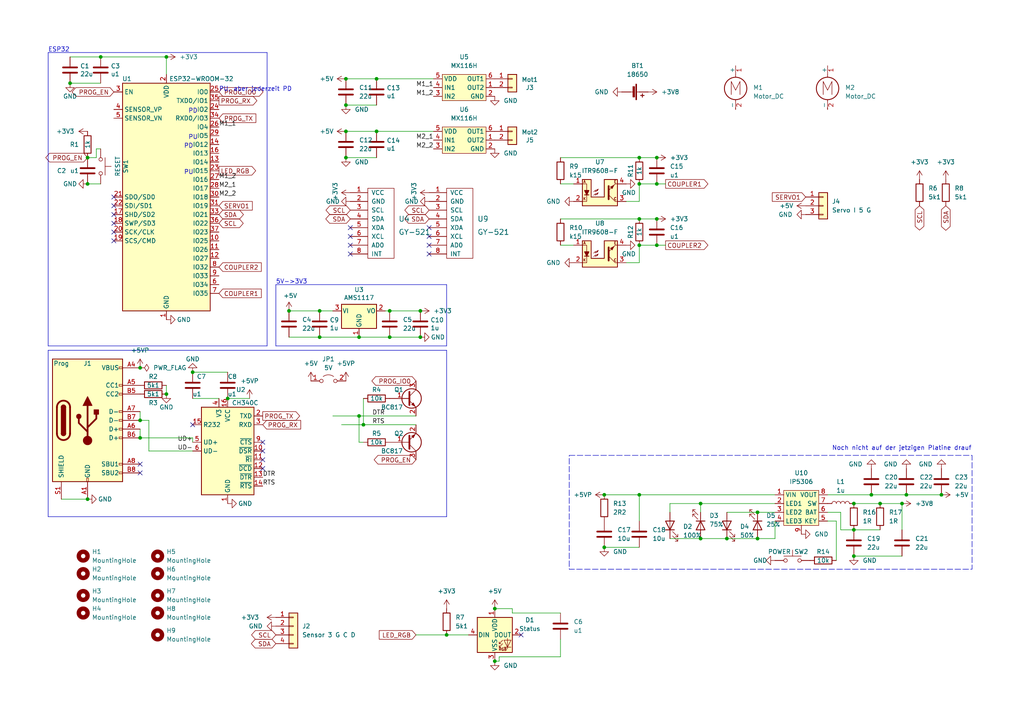
<source format=kicad_sch>
(kicad_sch (version 20230121) (generator eeschema)
  (paper "A4")
  (junction (at 105.41 123.19))
  (junction (at 104.14 97.79))
  (junction (at 121.92 97.79))
  (junction (at 92.71 90.17))
  (junction (at 25.4 144.78))
  (junction (at 121.92 90.17))
  (junction (at 66.04 115.57))
  (junction (at 29.21 16.51))
  (junction (at 143.51 176.53))
  (junction (at 100.33 38.1))
  (junction (at 175.26 143.51))
  (junction (at 40.64 127))
  (junction (at 185.42 45.72))
  (junction (at 273.05 143.51))
  (junction (at 247.65 146.05))
  (junction (at 40.64 121.92))
  (junction (at 219.71 156.21))
  (junction (at 113.03 90.17))
  (junction (at 20.32 24.13))
  (junction (at 55.88 107.95))
  (junction (at 185.42 143.51))
  (junction (at 129.54 184.15))
  (junction (at 261.62 146.05))
  (junction (at 113.03 97.79))
  (junction (at 210.82 156.21))
  (junction (at 48.26 114.3))
  (junction (at 83.82 90.17))
  (junction (at 247.65 153.67))
  (junction (at 185.42 71.12))
  (junction (at 190.5 63.5))
  (junction (at 252.73 143.51))
  (junction (at 109.22 22.86))
  (junction (at 247.65 161.29))
  (junction (at 109.22 38.1))
  (junction (at 100.33 22.86))
  (junction (at 219.71 148.59))
  (junction (at 262.89 143.51))
  (junction (at 92.71 97.79))
  (junction (at 25.4 45.72))
  (junction (at 190.5 71.12))
  (junction (at 185.42 63.5))
  (junction (at 40.64 106.68))
  (junction (at 25.4 53.34))
  (junction (at 48.26 16.51))
  (junction (at 100.33 45.72))
  (junction (at 104.14 120.65))
  (junction (at 190.5 45.72))
  (junction (at 203.2 146.05))
  (junction (at 185.42 53.34))
  (junction (at 255.27 146.05))
  (junction (at 100.33 30.48))
  (junction (at 143.51 191.77))
  (junction (at 203.2 156.21))
  (junction (at 190.5 53.34))
  (junction (at 175.26 158.75))
  (no_connect (at 33.02 67.31))
  (no_connect (at 33.02 57.15))
  (no_connect (at 33.02 64.77))
  (no_connect (at 33.02 69.85))
  (no_connect (at 76.2 133.35))
  (no_connect (at 101.6 68.58))
  (no_connect (at 101.6 66.04))
  (no_connect (at 101.6 71.12))
  (no_connect (at 101.6 73.66))
  (no_connect (at 76.2 130.81))
  (no_connect (at 55.88 123.19))
  (no_connect (at 33.02 62.23))
  (no_connect (at 76.2 128.27))
  (no_connect (at 76.2 135.89))
  (no_connect (at 40.64 137.16))
  (no_connect (at 33.02 59.69))
  (no_connect (at 151.13 184.15))
  (no_connect (at 40.64 134.62))
  (no_connect (at 124.46 73.66))
  (no_connect (at 124.46 71.12))
  (no_connect (at 124.46 68.58))
  (no_connect (at 124.46 66.04))
  (polyline (pts (xy 129.54 101.6) (xy 129.54 149.86)))
  (wire (pts (xy 48.26 21.59) (xy 48.26 16.51)))
  (wire (pts (xy 55.88 130.81) (xy 43.18 130.81)))
  (wire (pts (xy 96.52 120.65) (xy 104.14 120.65)))
  (wire (pts (xy 148.59 177.8) (xy 148.59 176.53)))
  (wire (pts (xy 111.76 90.17) (xy 113.03 90.17)))
  (wire (pts (xy 100.33 22.86) (xy 109.22 22.86)))
  (wire (pts (xy 175.26 158.75) (xy 185.42 158.75)))
  (wire (pts (xy 194.31 156.21) (xy 203.2 156.21)))
  (wire (pts (xy 162.56 53.34) (xy 166.37 53.34)))
  (wire (pts (xy 185.42 143.51) (xy 224.79 143.51)))
  (wire (pts (xy 185.42 76.2) (xy 185.42 71.12)))
  (wire (pts (xy 247.65 153.67) (xy 243.84 153.67)))
  (wire (pts (xy 185.42 143.51) (xy 175.26 143.51)))
  (wire (pts (xy 242.57 151.13) (xy 240.03 151.13)))
  (wire (pts (xy 144.78 191.77) (xy 143.51 191.77)))
  (polyline (pts (xy 13.97 15.24) (xy 13.97 100.33)))
  (wire (pts (xy 17.78 144.78) (xy 25.4 144.78)))
  (wire (pts (xy 185.42 63.5) (xy 190.5 63.5)))
  (wire (pts (xy 100.33 38.1) (xy 109.22 38.1)))
  (wire (pts (xy 105.41 115.57) (xy 105.41 123.19)))
  (wire (pts (xy 120.65 184.15) (xy 129.54 184.15)))
  (wire (pts (xy 48.26 16.51) (xy 29.21 16.51)))
  (wire (pts (xy 261.62 153.67) (xy 261.62 146.05)))
  (wire (pts (xy 243.84 148.59) (xy 240.03 148.59)))
  (wire (pts (xy 99.06 123.19) (xy 105.41 123.19)))
  (wire (pts (xy 29.21 16.51) (xy 20.32 16.51)))
  (polyline (pts (xy 13.97 149.86) (xy 129.54 149.86)))
  (wire (pts (xy 224.79 146.05) (xy 203.2 146.05)))
  (wire (pts (xy 261.62 146.05) (xy 255.27 146.05)))
  (polyline (pts (xy 77.47 100.33) (xy 13.97 100.33)))
  (wire (pts (xy 185.42 71.12) (xy 190.5 71.12)))
  (wire (pts (xy 29.21 24.13) (xy 20.32 24.13)))
  (wire (pts (xy 40.64 121.92) (xy 43.18 121.92)))
  (wire (pts (xy 66.04 115.57) (xy 72.39 115.57)))
  (wire (pts (xy 185.42 53.34) (xy 190.5 53.34)))
  (wire (pts (xy 224.79 156.21) (xy 219.71 156.21)))
  (wire (pts (xy 55.88 127) (xy 55.88 128.27)))
  (wire (pts (xy 181.61 76.2) (xy 185.42 76.2)))
  (wire (pts (xy 48.26 111.76) (xy 48.26 114.3)))
  (wire (pts (xy 203.2 146.05) (xy 203.2 148.59)))
  (wire (pts (xy 27.94 45.72) (xy 27.94 43.18)))
  (polyline (pts (xy 13.97 15.24) (xy 77.47 15.24)))
  (wire (pts (xy 55.88 107.95) (xy 66.04 107.95)))
  (wire (pts (xy 100.33 45.72) (xy 109.22 45.72)))
  (wire (pts (xy 219.71 148.59) (xy 224.79 148.59)))
  (wire (pts (xy 181.61 58.42) (xy 185.42 58.42)))
  (wire (pts (xy 185.42 58.42) (xy 185.42 53.34)))
  (wire (pts (xy 194.31 146.05) (xy 203.2 146.05)))
  (wire (pts (xy 190.5 53.34) (xy 193.04 53.34)))
  (wire (pts (xy 113.03 90.17) (xy 121.92 90.17)))
  (wire (pts (xy 262.89 143.51) (xy 273.05 143.51)))
  (wire (pts (xy 104.14 97.79) (xy 113.03 97.79)))
  (wire (pts (xy 242.57 162.56) (xy 242.57 151.13)))
  (wire (pts (xy 63.5 115.57) (xy 55.88 115.57)))
  (wire (pts (xy 104.14 120.65) (xy 104.14 128.27)))
  (wire (pts (xy 247.65 161.29) (xy 261.62 161.29)))
  (wire (pts (xy 194.31 148.59) (xy 194.31 146.05)))
  (wire (pts (xy 185.42 151.13) (xy 185.42 143.51)))
  (polyline (pts (xy 80.01 82.55) (xy 129.54 82.55)))
  (wire (pts (xy 109.22 38.1) (xy 125.73 38.1)))
  (wire (pts (xy 162.56 71.12) (xy 166.37 71.12)))
  (wire (pts (xy 104.14 128.27) (xy 105.41 128.27)))
  (wire (pts (xy 162.56 177.8) (xy 148.59 177.8)))
  (wire (pts (xy 247.65 146.05) (xy 255.27 146.05)))
  (polyline (pts (xy 77.47 15.24) (xy 77.47 100.33)))
  (wire (pts (xy 210.82 148.59) (xy 219.71 148.59)))
  (wire (pts (xy 27.94 43.18) (xy 29.21 43.18)))
  (wire (pts (xy 92.71 90.17) (xy 96.52 90.17)))
  (wire (pts (xy 210.82 156.21) (xy 219.71 156.21)))
  (wire (pts (xy 240.03 143.51) (xy 252.73 143.51)))
  (polyline (pts (xy 80.01 100.33) (xy 80.01 82.55)))
  (wire (pts (xy 25.4 53.34) (xy 29.21 53.34)))
  (polyline (pts (xy 13.97 101.6) (xy 129.54 101.6)))
  (wire (pts (xy 224.79 151.13) (xy 224.79 156.21)))
  (wire (pts (xy 185.42 45.72) (xy 190.5 45.72)))
  (wire (pts (xy 83.82 90.17) (xy 92.71 90.17)))
  (wire (pts (xy 190.5 71.12) (xy 193.04 71.12)))
  (wire (pts (xy 43.18 130.81) (xy 43.18 121.92)))
  (wire (pts (xy 40.64 119.38) (xy 40.64 121.92)))
  (wire (pts (xy 92.71 97.79) (xy 83.82 97.79)))
  (polyline (pts (xy 129.54 82.55) (xy 129.54 100.33)))
  (wire (pts (xy 243.84 153.67) (xy 243.84 148.59)))
  (wire (pts (xy 113.03 97.79) (xy 121.92 97.79)))
  (wire (pts (xy 162.56 45.72) (xy 185.42 45.72)))
  (wire (pts (xy 162.56 63.5) (xy 185.42 63.5)))
  (wire (pts (xy 109.22 22.86) (xy 125.73 22.86)))
  (wire (pts (xy 203.2 156.21) (xy 210.82 156.21)))
  (wire (pts (xy 247.65 153.67) (xy 255.27 153.67)))
  (wire (pts (xy 25.4 45.72) (xy 27.94 45.72)))
  (wire (pts (xy 162.56 185.42) (xy 162.56 190.5)))
  (wire (pts (xy 104.14 120.65) (xy 120.65 120.65)))
  (wire (pts (xy 40.64 127) (xy 55.88 127)))
  (polyline (pts (xy 13.97 149.86) (xy 13.97 101.6)))
  (wire (pts (xy 162.56 190.5) (xy 144.78 190.5)))
  (wire (pts (xy 129.54 184.15) (xy 135.89 184.15)))
  (wire (pts (xy 100.33 30.48) (xy 109.22 30.48)))
  (wire (pts (xy 105.41 123.19) (xy 120.65 123.19)))
  (wire (pts (xy 148.59 176.53) (xy 143.51 176.53)))
  (wire (pts (xy 252.73 143.51) (xy 262.89 143.51)))
  (polyline (pts (xy 129.54 100.33) (xy 80.01 100.33)))
  (wire (pts (xy 40.64 127) (xy 40.64 124.46)))
  (wire (pts (xy 144.78 190.5) (xy 144.78 191.77)))
  (wire (pts (xy 104.14 97.79) (xy 92.71 97.79)))
  (rectangle (start 165.1 132.08) (end 281.94 165.1) (stroke (width 0) (type dash)))
  (text "PU" (at 53.34 50.8 0) (effects (font (size 1.27 1.27)) (justify left bottom)))
  (text "PU" (at 54.61 40.64 0) (effects (font (size 1.27 1.27)) (justify left bottom)))
  (text "PD" (at 53.34 43.18 0) (effects (font (size 1.27 1.27)) (justify left bottom)))
  (text "PU, aber jederzeit PD" (at 63.5 26.67 0) (effects (font (size 1.27 1.27)) (justify left bottom)))
  (text "ESP32" (at 13.97 15.24 0) (effects (font (size 1.27 1.27)) (justify left bottom)))
  (text "5V->3V3" (at 80.01 82.55 0) (effects (font (size 1.27 1.27)) (justify left bottom)))
  (text "PD" (at 54.61 33.02 0) (effects (font (size 1.27 1.27)) (justify left bottom)))
  (text "Noch nicht auf der jetzigen Platine drauf" (at 241.3 130.81 0) (effects (font (size 1.27 1.27)) (justify left bottom)))
  (label "M1_2" (at 63.5 52.07 0))
  (label "M2_2" (at 63.5 57.15 0))
  (label "DTR" (at 76.2 138.43 0))
  (label "DTR" (at 107.95 120.65 0))
  (label "RTS" (at 107.95 123.19 0))
  (label "M1_1" (at 63.5 36.83 0))
  (label "M2_1" (at 125.73 40.64 180))
  (label "UD+" (at 55.88 128.27 180))
  (label "M2_1" (at 63.5 54.61 0))
  (label "RTS" (at 76.2 140.97 0))
  (label "M1_2" (at 125.73 27.94 180))
  (label "M1_1" (at 125.73 25.4 180))
  (label "M2_2" (at 125.73 43.18 180))
  (label "UD-" (at 55.88 130.81 180))
  (global_label "COUPLER1" (shape input) (at 63.5 85.09 0) (property "Intersheetrefs" "${INTERSHEET_REFS}" (effects hide)))
  (global_label "PROG_IO0" (shape bidirectional) (at 63.5 26.67 0) (property "Intersheetrefs" "${INTERSHEET_REFS}" (effects hide)))
  (global_label "COUPLER2" (shape input) (at 63.5 77.47 0) (property "Intersheetrefs" "${INTERSHEET_REFS}" (effects hide)))
  (global_label "PROG_RX" (shape input) (at 76.2 123.19 0) (property "Intersheetrefs" "${INTERSHEET_REFS}" (effects hide)))
  (global_label "SCL" (shape bidirectional) (at 80.01 184.15 180) (property "Intersheetrefs" "${INTERSHEET_REFS}" (effects hide)))
  (global_label "SERVO1" (shape input) (at 63.5 59.69 0) (property "Intersheetrefs" "${INTERSHEET_REFS}" (effects hide)))
  (global_label "SDA" (shape bidirectional) (at 101.6 63.5 180) (property "Intersheetrefs" "${INTERSHEET_REFS}" (effects hide)))
  (global_label "SCL" (shape bidirectional) (at 266.7 59.69 270) (property "Intersheetrefs" "${INTERSHEET_REFS}" (effects hide)))
  (global_label "SCL" (shape bidirectional) (at 124.46 60.96 180) (property "Intersheetrefs" "${INTERSHEET_REFS}" (effects hide)))
  (global_label "PROG_EN" (shape bidirectional) (at 33.02 26.67 180) (property "Intersheetrefs" "${INTERSHEET_REFS}" (effects hide)))
  (global_label "PROG_RX" (shape output) (at 63.5 29.21 0) (property "Intersheetrefs" "${INTERSHEET_REFS}" (effects hide)))
  (global_label "LED_RGB" (shape output) (at 63.5 49.53 0) (property "Intersheetrefs" "${INTERSHEET_REFS}" (effects hide)))
  (global_label "SDA" (shape bidirectional) (at 63.5 62.23 0) (property "Intersheetrefs" "${INTERSHEET_REFS}" (effects hide)))
  (global_label "PROG_EN" (shape bidirectional) (at 120.65 133.35 180) (property "Intersheetrefs" "${INTERSHEET_REFS}" (effects hide)))
  (global_label "SDA" (shape bidirectional) (at 80.01 186.69 180) (property "Intersheetrefs" "${INTERSHEET_REFS}" (effects hide)))
  (global_label "PROG_IO0" (shape bidirectional) (at 120.65 110.49 180) (property "Intersheetrefs" "${INTERSHEET_REFS}" (effects hide)))
  (global_label "PROG_EN" (shape bidirectional) (at 25.4 45.72 180) (property "Intersheetrefs" "${INTERSHEET_REFS}" (effects hide)))
  (global_label "SCL" (shape bidirectional) (at 63.5 64.77 0) (property "Intersheetrefs" "${INTERSHEET_REFS}" (effects hide)))
  (global_label "SERVO1" (shape input) (at 233.68 57.15 180) (property "Intersheetrefs" "${INTERSHEET_REFS}" (effects hide)))
  (global_label "PROG_TX" (shape input) (at 63.5 34.29 0) (property "Intersheetrefs" "${INTERSHEET_REFS}" (effects hide)))
  (global_label "PROG_TX" (shape output) (at 76.2 120.65 0) (property "Intersheetrefs" "${INTERSHEET_REFS}" (effects hide)))
  (global_label "COUPLER2" (shape output) (at 193.04 71.12 0) (property "Intersheetrefs" "${INTERSHEET_REFS}" (effects hide)))
  (global_label "SDA" (shape bidirectional) (at 274.32 59.69 270) (property "Intersheetrefs" "${INTERSHEET_REFS}" (effects hide)))
  (global_label "SCL" (shape bidirectional) (at 101.6 60.96 180) (property "Intersheetrefs" "${INTERSHEET_REFS}" (effects hide)))
  (global_label "COUPLER1" (shape output) (at 193.04 53.34 0) (property "Intersheetrefs" "${INTERSHEET_REFS}" (effects hide)))
  (global_label "LED_RGB" (shape input) (at 120.65 184.15 180) (property "Intersheetrefs" "${INTERSHEET_REFS}" (effects hide)))
  (global_label "SDA" (shape bidirectional) (at 124.46 63.5 180) (property "Intersheetrefs" "${INTERSHEET_REFS}" (effects hide)))
  (symbol (lib_id "power:PWR_FLAG") (at 40.64 106.68 270) (unit 1)
    (property "Reference" "#FLG01" (effects hide))
    (property "Value" "PWR_FLAG" (at 44.45 106.6799 90) (effects (justify left)))
  )
  (symbol (lib_id "liebler_SEMICONDUCTORS:MX116H") (at 134.62 25.4 0) (unit 1)
    (property "Reference" "U5" (at 134.62 16.51 0))
    (property "Value" "MX116H" (at 134.62 19.05 0))
    (property "Footprint" "Package_TO_SOT_SMD:SOT-23-6" (effects hide))
  )
  (symbol (lib_id "Device:LED") (at 210.82 152.4 90) (unit 1)
    (property "Reference" "D4" (at 214.63 152.7174 90) (effects (justify right)))
    (property "Value" "50%" (at 214.63 155.2574 90) (effects (justify right)))
    (property "Footprint" "LED_SMD:LED_0603_1608Metric" (effects hide))
  )
  (symbol (lib_id "power:+3V3") (at 48.26 16.51 270) (unit 1)
    (property "Reference" "#PWR06" (effects hide))
    (property "Value" "+3V3" (at 52.07 16.51 90) (effects (justify left)))
  )
  (symbol (lib_id "RF_Module:ESP32-WROOM-32") (at 48.26 57.15 0) (unit 1)
    (property "Reference" "U1" (at 36.83 22.86 0))
    (property "Value" "ESP32-WROOM-32" (at 58.42 22.86 0))
    (property "Footprint" "RF_Module:ESP32-WROOM-32" (effects hide))
    (property "Datasheet" "https://www.espressif.com/sites/default/files/documentation/esp32-wroom-32_datasheet_en.pdf" (effects hide))
  )
  (symbol (lib_id "power:+5VP") (at 72.39 115.57 0) (unit 1)
    (property "Reference" "#PWR035" (effects hide))
    (property "Value" "+5VP" (at 72.39 110.49 0))
  )
  (symbol (lib_id "power:GND") (at 121.92 97.79 90) (unit 1)
    (property "Reference" "#PWR015" (effects hide))
    (property "Value" "GND" (at 127 97.79 90))
  )
  (symbol (lib_id "Device:LED") (at 194.31 152.4 90) (unit 1)
    (property "Reference" "D2" (at 198.12 152.7174 90) (effects (justify right)))
    (property "Value" "100%" (at 198.12 155.2574 90) (effects (justify right)))
    (property "Footprint" "LED_SMD:LED_0603_1608Metric" (effects hide))
  )
  (symbol (lib_id "Device:R") (at 162.56 49.53 0) (unit 1)
    (property "Reference" "R9" (at 165.1 48.2599 0) (effects (justify left)))
    (property "Value" "k15" (at 165.1 50.7999 0) (effects (justify left)))
    (property "Footprint" "Resistor_SMD:R_0603_1608Metric" (effects hide))
  )
  (symbol (lib_id "liebler_SEMICONDUCTORS:MX116H") (at 134.62 40.64 0) (unit 1)
    (property "Reference" "U6" (at 134.62 31.75 0))
    (property "Value" "MX116H" (at 134.62 34.29 0))
    (property "Footprint" "Package_TO_SOT_SMD:SOT-23-6" (effects hide))
  )
  (symbol (lib_id "power:+5VP") (at 40.64 106.68 0) (unit 1)
    (property "Reference" "#PWR034" (effects hide))
    (property "Value" "+5VP" (at 40.64 101.6 0))
  )
  (symbol (lib_id "power:+5VP") (at 100.33 110.49 0) (unit 1)
    (property "Reference" "#PWR043" (effects hide))
    (property "Value" "+5VP" (at 100.33 105.41 0))
  )
  (symbol (lib_id "Device:C") (at 113.03 93.98 0) (unit 1)
    (property "Reference" "C5" (at 116.84 92.7099 0) (effects (justify left)))
    (property "Value" "22u" (at 116.84 95.2499 0) (effects (justify left)))
    (property "Footprint" "Capacitor_SMD:C_0603_1608Metric" (effects hide))
  )
  (symbol (lib_id "Device:C") (at 25.4 49.53 180) (unit 1)
    (property "Reference" "C2" (at 16.51 49.53 0) (effects (justify right)))
    (property "Value" "u1" (at 20.32 49.53 0) (effects (justify right)))
    (property "Footprint" "Capacitor_SMD:C_0603_1608Metric" (effects hide))
  )
  (symbol (lib_id "Device:C") (at 121.92 93.98 0) (unit 1)
    (property "Reference" "C10" (at 124.841 92.8116 0) (effects (justify left)))
    (property "Value" "1u" (at 124.841 95.123 0) (effects (justify left)))
    (property "Footprint" "Capacitor_SMD:C_0603_1608Metric" (effects hide))
  )
  (symbol (lib_id "power:GND") (at 273.05 135.89 180) (unit 1)
    (property "Reference" "#PWR050" (effects hide))
    (property "Value" "GND" (at 270.51 134.6201 0) (effects (justify left)))
  )
  (symbol (lib_id "Mechanical:MountingHole") (at 45.72 166.37 0) (unit 1)
    (property "Reference" "H6" (at 48.26 165.0999 0) (effects (justify left)))
    (property "Value" "MountingHole" (at 48.26 167.6399 0) (effects (justify left)))
    (property "Footprint" "MountingHole:MountingHole_3.2mm_M3" (effects hide))
  )
  (symbol (lib_id "Motor:Motor_DC") (at 213.36 24.13 0) (unit 1)
    (property "Reference" "M1" (at 218.44 25.3999 0) (effects (justify left)))
    (property "Value" "Motor_DC" (at 218.44 27.9399 0) (effects (justify left)))
    (property "Footprint" "liebler_MECH:TT-Motor" (effects hide))
  )
  (symbol (lib_id "power:GND") (at 25.4 144.78 90) (unit 1)
    (property "Reference" "#PWR05" (effects hide))
    (property "Value" "GND" (at 30.48 144.78 90))
  )
  (symbol (lib_id "Device:C") (at 162.56 181.61 0) (unit 1)
    (property "Reference" "C6" (at 166.37 180.3399 0) (effects (justify left)))
    (property "Value" "u1" (at 166.37 182.8799 0) (effects (justify left)))
    (property "Footprint" "Capacitor_SMD:C_0603_1608Metric" (effects hide))
  )
  (symbol (lib_id "power:GND") (at 100.33 45.72 0) (unit 1)
    (property "Reference" "#PWR027" (effects hide))
    (property "Value" "GND" (at 102.87 46.9899 0) (effects (justify left)))
  )
  (symbol (lib_id "power:GND") (at 181.61 53.34 90) (unit 1)
    (property "Reference" "#PWR033" (effects hide))
    (property "Value" "GND" (at 180.34 55.88 90) (effects (justify right)))
  )
  (symbol (lib_id "Device:C") (at 262.89 139.7 0) (unit 1)
    (property "Reference" "C22" (at 266.7 138.4299 0) (effects (justify left)))
    (property "Value" "22u" (at 266.7 140.9699 0) (effects (justify left)))
    (property "Footprint" "Capacitor_SMD:C_0603_1608Metric" (effects hide))
  )
  (symbol (lib_id "liebler_MODULES:GY-521") (at 129.54 60.96 0) (unit 1)
    (property "Reference" "U9" (at 138.43 63.5 0) (effects (font (size 1.524 1.524)) (justify left)))
    (property "Value" "GY-521" (at 138.43 67.31 0) (effects (font (size 1.524 1.524)) (justify left)))
    (property "Footprint" "liebler_MODULES:GY-521" (effects hide))
  )
  (symbol (lib_id "power:+3V8") (at 187.96 26.67 270) (unit 1)
    (property "Reference" "#PWR039" (effects hide))
    (property "Value" "+3V8" (at 191.77 26.6699 90) (effects (justify left)))
  )
  (symbol (lib_id "Device:R") (at 44.45 114.3 270) (unit 1)
    (property "Reference" "R3" (at 44.45 116.84 90))
    (property "Value" "5k1" (at 44.45 114.3 90))
    (property "Footprint" "Resistor_SMD:R_0603_1608Metric" (effects hide))
  )
  (symbol (lib_id "Transistor_BJT:BC817") (at 118.11 115.57 0) (unit 1)
    (property "Reference" "Q1" (at 114.3 113.03 0) (effects (justify left)))
    (property "Value" "BC817" (at 110.49 118.11 0) (effects (justify left)))
    (property "Footprint" "Package_TO_SOT_SMD:SOT-23" (effects hide))
    (property "Datasheet" "https://www.onsemi.com/pub/Collateral/BC818-D.pdf" (effects hide))
  )
  (symbol (lib_id "power:GND") (at 66.04 146.05 90) (unit 1)
    (property "Reference" "#PWR010" (effects hide))
    (property "Value" "GND" (at 71.12 146.05 90))
  )
  (symbol (lib_id "Switch:SW_Push") (at 229.87 162.56 0) (unit 1)
    (property "Reference" "SW2" (at 232.41 160.02 0))
    (property "Value" "POWER" (at 226.06 160.02 0))
    (property "Footprint" "Button_Switch_SMD:SW_SPST_TL3342" (effects hide))
  )
  (symbol (lib_id "power:+5V") (at 83.82 90.17 0) (unit 1)
    (property "Reference" "#PWR014" (effects hide))
    (property "Value" "+5V" (at 84.201 85.7758 0))
  )
  (symbol (lib_id "Device:C") (at 100.33 41.91 0) (unit 1)
    (property "Reference" "C12" (at 104.14 40.6399 0) (effects (justify left)))
    (property "Value" "22u" (at 104.14 43.1799 0) (effects (justify left)))
    (property "Footprint" "Capacitor_SMD:C_0603_1608Metric" (effects hide))
  )
  (symbol (lib_id "Device:C") (at 185.42 154.94 0) (unit 1)
    (property "Reference" "C18" (at 189.23 153.6699 0) (effects (justify left)))
    (property "Value" "10u" (at 189.23 156.2099 0) (effects (justify left)))
    (property "Footprint" "Capacitor_SMD:C_0603_1608Metric" (effects hide))
  )
  (symbol (lib_id "Device:R") (at 109.22 128.27 270) (unit 1)
    (property "Reference" "R5" (at 109.22 125.73 90))
    (property "Value" "10k" (at 109.22 128.27 90))
    (property "Footprint" "Resistor_SMD:R_0603_1608Metric" (effects hide))
  )
  (symbol (lib_id "power:GND") (at 124.46 58.42 270) (unit 1)
    (property "Reference" "#PWR038" (effects hide))
    (property "Value" "GND" (at 119.38 58.42 90))
  )
  (symbol (lib_id "power:+3V3") (at 129.54 176.53 0) (unit 1)
    (property "Reference" "#PWR017" (effects hide))
    (property "Value" "+3V3" (at 129.54 171.45 0))
  )
  (symbol (lib_id "Device:R") (at 25.4 41.91 180) (unit 1)
    (property "Reference" "R1" (at 21.59 41.91 0))
    (property "Value" "1k" (at 25.4 41.91 90))
    (property "Footprint" "Resistor_SMD:R_0603_1608Metric" (effects hide))
  )
  (symbol (lib_id "Connector_Generic:Conn_01x02") (at 148.59 22.86 0) (unit 1)
    (property "Reference" "J3" (at 153.67 25.4 0))
    (property "Value" "Mot1" (at 153.67 23.0886 0))
    (property "Footprint" "Connector_JST:JST_XH_B2B-XH-A_1x02_P2.50mm_Vertical" (effects hide))
  )
  (symbol (lib_id "Connector_Generic:Conn_01x04") (at 85.09 181.61 0) (unit 1)
    (property "Reference" "J2" (at 87.63 181.6099 0) (effects (justify left)))
    (property "Value" "Sensor 3 G C D" (at 87.63 184.1499 0) (effects (justify left)))
    (property "Footprint" "Connector_JST:JST_XH_B4B-XH-A_1x04_P2.50mm_Vertical" (effects hide))
  )
  (symbol (lib_id "Device:Battery_Cell") (at 182.88 26.67 270) (unit 1)
    (property "Reference" "BT1" (at 184.912 19.05 90))
    (property "Value" "18650" (at 184.912 21.59 90))
    (property "Footprint" "Battery:BatteryHolder_MPD_BH-18650-PC2" (effects hide))
  )
  (symbol (lib_id "power:+5V") (at 273.05 143.51 270) (unit 1)
    (property "Reference" "#PWR051" (effects hide))
    (property "Value" "+5V" (at 276.86 143.5099 90) (effects (justify left)))
  )
  (symbol (lib_id "Switch:SW_Push") (at 29.21 48.26 270) (unit 1)
    (property "Reference" "SW1" (at 36.449 48.26 0))
    (property "Value" "RESET" (at 34.1376 48.26 0))
    (property "Footprint" "Button_Switch_SMD:SW_SPST_TL3342" (effects hide))
  )
  (symbol (lib_id "Device:C") (at 83.82 93.98 0) (unit 1)
    (property "Reference" "C4" (at 87.63 92.7099 0) (effects (justify left)))
    (property "Value" "22u" (at 87.63 95.2499 0) (effects (justify left)))
    (property "Footprint" "Capacitor_SMD:C_0603_1608Metric" (effects hide))
  )
  (symbol (lib_id "Jumper:Jumper_2_Open") (at 95.25 110.49 0) (unit 1)
    (property "Reference" "JP1" (at 95.25 104.14 0))
    (property "Value" "5V" (at 95.25 106.68 0))
    (property "Footprint" "Jumper:SolderJumper-2_P1.3mm_Open_RoundedPad1.0x1.5mm" (effects hide))
  )
  (symbol (lib_id "Device:C") (at 190.5 67.31 0) (unit 1)
    (property "Reference" "C16" (at 194.31 66.0399 0) (effects (justify left)))
    (property "Value" "u1" (at 194.31 68.5799 0) (effects (justify left)))
    (property "Footprint" "Capacitor_SMD:C_0603_1608Metric" (effects hide))
  )
  (symbol (lib_id "Device:C") (at 92.71 93.98 0) (unit 1)
    (property "Reference" "C9" (at 95.631 92.8116 0) (effects (justify left)))
    (property "Value" "1u" (at 95.631 95.123 0) (effects (justify left)))
    (property "Footprint" "Capacitor_SMD:C_0603_1608Metric" (effects hide))
  )
  (symbol (lib_id "Device:C") (at 247.65 157.48 0) (unit 1)
    (property "Reference" "C19" (at 251.46 156.2099 0) (effects (justify left)))
    (property "Value" "22u" (at 251.46 158.7499 0) (effects (justify left)))
    (property "Footprint" "Capacitor_SMD:C_0603_1608Metric" (effects hide))
  )
  (symbol (lib_id "power:GND") (at 247.65 161.29 0) (unit 1)
    (property "Reference" "#PWR0105" (effects hide))
    (property "Value" "GND" (at 250.19 162.5599 0) (effects (justify left)))
  )
  (symbol (lib_id "power:GND") (at 232.41 154.94 90) (unit 1)
    (property "Reference" "#PWR0103" (effects hide))
    (property "Value" "GND" (at 236.22 154.9399 90) (effects (justify right)))
  )
  (symbol (lib_id "power:GND") (at 181.61 71.12 90) (unit 1)
    (property "Reference" "#PWR029" (effects hide))
    (property "Value" "GND" (at 180.34 73.66 90) (effects (justify right)))
  )
  (symbol (lib_id "power:+5V") (at 143.51 176.53 0) (unit 1)
    (property "Reference" "#PWR021" (effects hide))
    (property "Value" "+5V" (at 143.51 171.45 0))
  )
  (symbol (lib_id "Device:C") (at 175.26 154.94 0) (unit 1)
    (property "Reference" "C17" (at 179.07 153.6699 0) (effects (justify left)))
    (property "Value" "10u" (at 179.07 156.2099 0) (effects (justify left)))
    (property "Footprint" "Capacitor_SMD:C_0603_1608Metric" (effects hide))
  )
  (symbol (lib_id "liebler_MODULES:GY-521") (at 106.68 60.96 0) (unit 1)
    (property "Reference" "U4" (at 115.57 63.5 0) (effects (font (size 1.524 1.524)) (justify left)))
    (property "Value" "GY-521" (at 115.57 67.31 0) (effects (font (size 1.524 1.524)) (justify left)))
    (property "Footprint" "liebler_MODULES:GY-521" (effects hide))
  )
  (symbol (lib_id "Device:L") (at 243.84 146.05 90) (unit 1)
    (property "Reference" "L1" (at 243.84 139.7 90))
    (property "Value" "1u" (at 243.84 142.24 90))
    (property "Footprint" "Inductor_SMD:L_Abracon_ASPI-0630LR" (effects hide))
  )
  (symbol (lib_id "Device:C") (at 29.21 20.32 180) (unit 1)
    (property "Reference" "C3" (at 32.131 19.1516 0) (effects (justify right)))
    (property "Value" "u1" (at 32.131 21.463 0) (effects (justify right)))
    (property "Footprint" "Capacitor_SMD:C_0603_1608Metric" (effects hide))
  )
  (symbol (lib_id "power:+3V3") (at 101.6 55.88 90) (unit 1)
    (property "Reference" "#PWR018" (effects hide))
    (property "Value" "+3V3" (at 97.2058 55.499 0))
  )
  (symbol (lib_id "liebler_OPTO:ITR9608-F") (at 173.99 73.66 0) (unit 1)
    (property "Reference" "U8" (at 173.99 64.77 0))
    (property "Value" "ITR9608-F" (at 173.99 67.31 0))
    (property "Footprint" "liebler_OPTO:ITR9608_recessed" (effects hide))
    (property "Datasheet" "https://everlighteurope.com/index.php?controller=attachment&id_attachment=5389" (effects hide))
  )
  (symbol (lib_id "power:GND") (at 48.26 114.3 0) (unit 1)
    (property "Reference" "#PWR08" (effects hide))
    (property "Value" "GND" (at 48.26 118.11 0))
  )
  (symbol (lib_id "Mechanical:MountingHole") (at 45.72 172.72 0) (unit 1)
    (property "Reference" "H7" (at 48.26 171.4499 0) (effects (justify left)))
    (property "Value" "MountingHole" (at 48.26 173.9899 0) (effects (justify left)))
    (property "Footprint" "MountingHole:MountingHole_3.2mm_M3" (effects hide))
  )
  (symbol (lib_id "power:+3V3") (at 266.7 52.07 0) (unit 1)
    (property "Reference" "#PWR016" (effects hide))
    (property "Value" "+3V3" (at 266.7 46.99 0))
  )
  (symbol (lib_id "Device:R") (at 238.76 162.56 270) (unit 1)
    (property "Reference" "R14" (at 238.76 160.02 90))
    (property "Value" "10k" (at 238.76 162.56 90))
    (property "Footprint" "Resistor_SMD:R_0603_1608Metric" (effects hide))
  )
  (symbol (lib_id "Connector_Generic:Conn_01x03") (at 238.76 59.69 0) (unit 1)
    (property "Reference" "J4" (at 241.3 58.4199 0) (effects (justify left)))
    (property "Value" "Servo I 5 G" (at 241.3 60.9599 0) (effects (justify left)))
    (property "Footprint" "Connector_PinHeader_2.54mm:PinHeader_1x03_P2.54mm_Vertical" (effects hide))
  )
  (symbol (lib_id "power:+3V3") (at 190.5 45.72 270) (unit 1)
    (property "Reference" "#PWR032" (effects hide))
    (property "Value" "+3V3" (at 194.31 45.72 90) (effects (justify left)))
  )
  (symbol (lib_id "Device:C") (at 66.04 111.76 180) (unit 1)
    (property "Reference" "C8" (at 66.04 109.22 0) (effects (justify right)))
    (property "Value" "u1" (at 66.04 114.3 0) (effects (justify right)))
    (property "Footprint" "Capacitor_SMD:C_0603_1608Metric" (effects hide))
  )
  (symbol (lib_id "Device:LED") (at 219.71 152.4 270) (unit 1)
    (property "Reference" "D5" (at 222.25 149.5424 90) (effects (justify left)))
    (property "Value" "25%" (at 222.25 152.0824 90) (effects (justify left)))
    (property "Footprint" "LED_SMD:LED_0603_1608Metric" (effects hide))
  )
  (symbol (lib_id "Mechanical:MountingHole") (at 45.72 161.29 0) (unit 1)
    (property "Reference" "H5" (at 48.26 160.0199 0) (effects (justify left)))
    (property "Value" "MountingHole" (at 48.26 162.5599 0) (effects (justify left)))
    (property "Footprint" "MountingHole:MountingHole_3.2mm_M3" (effects hide))
  )
  (symbol (lib_id "Device:C") (at 109.22 41.91 0) (unit 1)
    (property "Reference" "C14" (at 112.141 40.7416 0) (effects (justify left)))
    (property "Value" "u1" (at 112.141 43.053 0) (effects (justify left)))
    (property "Footprint" "Capacitor_SMD:C_0603_1608Metric" (effects hide))
  )
  (symbol (lib_id "power:+5V") (at 90.17 110.49 0) (unit 1)
    (property "Reference" "#PWR03" (effects hide))
    (property "Value" "+5V" (at 90.17 105.41 0))
  )
  (symbol (lib_id "Device:C") (at 55.88 111.76 180) (unit 1)
    (property "Reference" "C7" (at 58.42 109.22 0))
    (property "Value" "u1" (at 57.15 114.3 0))
    (property "Footprint" "Capacitor_SMD:C_0603_1608Metric" (effects hide))
  )
  (symbol (lib_id "power:+3V3") (at 274.32 52.07 0) (unit 1)
    (property "Reference" "#PWR020" (effects hide))
    (property "Value" "+3V3" (at 274.32 46.99 0))
  )
  (symbol (lib_id "Device:C") (at 20.32 20.32 0) (unit 1)
    (property "Reference" "C1" (at 23.241 19.1516 0) (effects (justify left)))
    (property "Value" "22u" (at 23.241 21.463 0) (effects (justify left)))
    (property "Footprint" "Capacitor_SMD:C_0603_1608Metric" (effects hide))
  )
  (symbol (lib_id "Device:C") (at 261.62 157.48 0) (unit 1)
    (property "Reference" "C21" (at 265.43 156.2099 0) (effects (justify left)))
    (property "Value" "22u" (at 265.43 158.7499 0) (effects (justify left)))
    (property "Footprint" "Capacitor_SMD:C_0603_1608Metric" (effects hide))
  )
  (symbol (lib_id "Mechanical:MountingHole") (at 24.13 166.37 0) (unit 1)
    (property "Reference" "H2" (at 26.67 165.0999 0) (effects (justify left)))
    (property "Value" "MountingHole" (at 26.67 167.6399 0) (effects (justify left)))
    (property "Footprint" "MountingHole:MountingHole_3.2mm_M3" (effects hide))
  )
  (symbol (lib_id "power:GND") (at 100.33 30.48 0) (unit 1)
    (property "Reference" "#PWR011" (effects hide))
    (property "Value" "GND" (at 102.87 31.7499 0) (effects (justify left)))
  )
  (symbol (lib_id "power:+3V3") (at 124.46 55.88 90) (unit 1)
    (property "Reference" "#PWR037" (effects hide))
    (property "Value" "+3V3" (at 120.0658 55.499 0))
  )
  (symbol (lib_id "Device:R") (at 266.7 55.88 0) (unit 1)
    (property "Reference" "R6" (at 269.24 54.6099 0) (effects (justify left)))
    (property "Value" "5k1" (at 269.24 57.1499 0) (effects (justify left)))
    (property "Footprint" "Resistor_SMD:R_0603_1608Metric" (effects hide))
  )
  (symbol (lib_id "power:GND") (at 143.51 27.94 0) (unit 1)
    (property "Reference" "#PWR025" (effects hide))
    (property "Value" "GND" (at 146.05 29.2099 0) (effects (justify left)))
  )
  (symbol (lib_id "power:GND") (at 80.01 181.61 270) (unit 1)
    (property "Reference" "#PWR013" (effects hide))
    (property "Value" "GND" (at 76.2 181.6099 90) (effects (justify right)))
  )
  (symbol (lib_id "power:GND") (at 143.51 191.77 0) (unit 1)
    (property "Reference" "#PWR022" (effects hide))
    (property "Value" "GND" (at 146.05 193.0399 0) (effects (justify left)))
  )
  (symbol (lib_id "power:GND") (at 180.34 26.67 270) (unit 1)
    (property "Reference" "#PWR036" (effects hide))
    (property "Value" "GND" (at 176.53 26.6699 90) (effects (justify right)))
  )
  (symbol (lib_id "Device:R") (at 129.54 180.34 0) (unit 1)
    (property "Reference" "R7" (at 132.08 179.0699 0) (effects (justify left)))
    (property "Value" "5k1" (at 132.08 181.6099 0) (effects (justify left)))
    (property "Footprint" "Resistor_SMD:R_0603_1608Metric" (effects hide))
  )
  (symbol (lib_id "Device:C") (at 273.05 139.7 0) (unit 1)
    (property "Reference" "C23" (at 276.86 138.4299 0) (effects (justify left)))
    (property "Value" "22u" (at 276.86 140.9699 0) (effects (justify left)))
    (property "Footprint" "Capacitor_SMD:C_0603_1608Metric" (effects hide))
  )
  (symbol (lib_id "power:GND") (at 55.88 107.95 180) (unit 1)
    (property "Reference" "#PWR09" (effects hide))
    (property "Value" "GND" (at 55.88 104.14 0))
  )
  (symbol (lib_id "power:GND") (at 20.32 24.13 0) (unit 1)
    (property "Reference" "#PWR01" (effects hide))
    (property "Value" "GND" (at 20.32 27.94 0))
  )
  (symbol (lib_id "Connector_Generic:Conn_01x02") (at 148.59 38.1 0) (unit 1)
    (property "Reference" "J5" (at 153.67 40.64 0))
    (property "Value" "Mot2" (at 153.67 38.3286 0))
    (property "Footprint" "Connector_JST:JST_XH_B2B-XH-A_1x02_P2.50mm_Vertical" (effects hide))
  )
  (symbol (lib_id "Connector:USB_C_Receptacle_USB2.0") (at 25.4 121.92 0) (unit 1)
    (property "Reference" "J1" (at 25.4 105.41 0))
    (property "Value" "Prog" (at 17.78 105.41 0))
    (property "Footprint" "Connector_USB:USB_C_Receptacle_HRO_TYPE-C-31-M-12" (effects hide))
    (property "Datasheet" "https://www.usb.org/sites/default/files/documents/usb_type-c.zip" (effects hide))
  )
  (symbol (lib_id "Device:C") (at 252.73 139.7 0) (unit 1)
    (property "Reference" "C20" (at 256.54 138.4299 0) (effects (justify left)))
    (property "Value" "22u" (at 256.54 140.9699 0) (effects (justify left)))
    (property "Footprint" "Capacitor_SMD:C_0603_1608Metric" (effects hide))
  )
  (symbol (lib_id "power:GND") (at 233.68 62.23 270) (unit 1)
    (property "Reference" "#PWR0101" (effects hide))
    (property "Value" "GND" (at 229.87 62.2299 90) (effects (justify right)))
  )
  (symbol (lib_id "Mechanical:MountingHole") (at 45.72 184.15 0) (unit 1)
    (property "Reference" "H9" (at 48.26 182.8799 0) (effects (justify left)))
    (property "Value" "MountingHole" (at 48.26 185.4199 0) (effects (justify left)))
    (property "Footprint" "MountingHole:MountingHole_3.2mm_M3" (effects hide))
  )
  (symbol (lib_id "Device:LED") (at 203.2 152.4 270) (unit 1)
    (property "Reference" "D3" (at 205.74 149.5424 90) (effects (justify left)))
    (property "Value" "75%" (at 205.74 152.0824 90) (effects (justify left)))
    (property "Footprint" "LED_SMD:LED_0603_1608Metric" (effects hide))
  )
  (symbol (lib_id "Motor:Motor_DC") (at 240.03 24.13 0) (unit 1)
    (property "Reference" "M2" (at 245.11 25.3999 0) (effects (justify left)))
    (property "Value" "Motor_DC" (at 245.11 27.9399 0) (effects (justify left)))
    (property "Footprint" "liebler_MECH:TT-Motor" (effects hide))
  )
  (symbol (lib_id "liebler_OPTO:ITR9608-F") (at 173.99 55.88 0) (unit 1)
    (property "Reference" "U7" (at 173.99 46.99 0))
    (property "Value" "ITR9608-F" (at 173.99 49.53 0))
    (property "Footprint" "liebler_OPTO:ITR9608_recessed" (effects hide))
    (property "Datasheet" "https://everlighteurope.com/index.php?controller=attachment&id_attachment=5389" (effects hide))
  )
  (symbol (lib_id "Transistor_BJT:BC817") (at 118.11 128.27 0) (mirror x) (unit 1)
    (property "Reference" "Q2" (at 114.3 125.73 0) (effects (justify left)))
    (property "Value" "BC817" (at 110.49 130.81 0) (effects (justify left)))
    (property "Footprint" "Package_TO_SOT_SMD:SOT-23" (effects hide))
    (property "Datasheet" "https://www.onsemi.com/pub/Collateral/BC818-D.pdf" (effects hide))
  )
  (symbol (lib_id "power:+5V") (at 100.33 22.86 90) (unit 1)
    (property "Reference" "#PWR023" (effects hide))
    (property "Value" "+5V" (at 92.71 22.86 90) (effects (justify right)))
  )
  (symbol (lib_id "power:+3V3") (at 190.5 63.5 270) (unit 1)
    (property "Reference" "#PWR031" (effects hide))
    (property "Value" "+3V3" (at 194.31 63.5 90) (effects (justify left)))
  )
  (symbol (lib_id "power:GND") (at 175.26 158.75 0) (unit 1)
    (property "Reference" "#PWR045" (effects hide))
    (property "Value" "GND" (at 177.8 160.0199 0) (effects (justify left)))
  )
  (symbol (lib_id "power:+5V") (at 233.68 59.69 90) (unit 1)
    (property "Reference" "#PWR0102" (effects hide))
    (property "Value" "+5V" (at 226.06 59.69 90) (effects (justify right)))
  )
  (symbol (lib_id "Device:C") (at 190.5 49.53 0) (unit 1)
    (property "Reference" "C15" (at 194.31 48.2599 0) (effects (justify left)))
    (property "Value" "u1" (at 194.31 50.7999 0) (effects (justify left)))
    (property "Footprint" "Capacitor_SMD:C_0603_1608Metric" (effects hide))
  )
  (symbol (lib_id "power:GND") (at 262.89 135.89 180) (unit 1)
    (property "Reference" "#PWR049" (effects hide))
    (property "Value" "GND" (at 260.35 134.6201 0) (effects (justify left)))
  )
  (symbol (lib_id "power:+3V3") (at 25.4 38.1 90) (unit 1)
    (property "Reference" "#PWR02" (effects hide))
    (property "Value" "+3V3" (at 21.59 38.1 90) (effects (justify left)))
  )
  (symbol (lib_id "power:GND") (at 166.37 76.2 270) (unit 1)
    (property "Reference" "#PWR028" (effects hide))
    (property "Value" "GND" (at 162.56 76.1999 90) (effects (justify right)))
  )
  (symbol (lib_id "power:+3V3") (at 121.92 90.17 270) (unit 1)
    (property "Reference" "#PWR0104" (effects hide))
    (property "Value" "+3V3" (at 125.73 90.17 90) (effects (justify left)))
  )
  (symbol (lib_id "power:+5V") (at 100.33 38.1 90) (unit 1)
    (property "Reference" "#PWR024" (effects hide))
    (property "Value" "+5V" (at 92.71 38.1 90) (effects (justify right)))
  )
  (symbol (lib_id "power:+3V3") (at 80.01 179.07 90) (unit 1)
    (property "Reference" "#PWR012" (effects hide))
    (property "Value" "+3V3" (at 69.85 179.07 90) (effects (justify right)))
  )
  (symbol (lib_id "power:GND") (at 166.37 58.42 270) (unit 1)
    (property "Reference" "#PWR030" (effects hide))
    (property "Value" "GND" (at 162.56 58.4199 90) (effects (justify right)))
  )
  (symbol (lib_id "power:GND") (at 25.4 53.34 270) (unit 1)
    (property "Reference" "#PWR04" (effects hide))
    (property "Value" "GND" (at 20.32 53.34 90))
  )
  (symbol (lib_id "Device:C") (at 100.33 26.67 0) (unit 1)
    (property "Reference" "C11" (at 104.14 25.3999 0) (effects (justify left)))
    (property "Value" "22u" (at 104.14 27.9399 0) (effects (justify left)))
    (property "Footprint" "Capacitor_SMD:C_0603_1608Metric" (effects hide))
  )
  (symbol (lib_id "Device:R") (at 175.26 147.32 0) (unit 1)
    (property "Reference" "R13" (at 177.8 146.0499 0) (effects (justify left)))
    (property "Value" "2R2" (at 177.8 148.5899 0) (effects (justify left)))
    (property "Footprint" "Resistor_SMD:R_0603_1608Metric" (effects hide))
  )
  (symbol (lib_id "power:GND") (at 143.51 43.18 0) (unit 1)
    (property "Reference" "#PWR026" (effects hide))
    (property "Value" "GND" (at 146.05 44.4499 0) (effects (justify left)))
  )
  (symbol (lib_id "Device:R") (at 44.45 111.76 270) (unit 1)
    (property "Reference" "R2" (at 44.45 109.22 90))
    (property "Value" "5k1" (at 44.45 111.76 90))
    (property "Footprint" "Resistor_SMD:R_0603_1608Metric" (effects hide))
  )
  (symbol (lib_id "power:+5VP") (at 175.26 143.51 90) (unit 1)
    (property "Reference" "#PWR044" (effects hide))
    (property "Value" "+5VP" (at 166.37 143.51 90) (effects (justify right)))
  )
  (symbol (lib_id "Device:R") (at 255.27 149.86 0) (unit 1)
    (property "Reference" "R17" (at 257.81 148.5899 0) (effects (justify left)))
    (property "Value" "1R" (at 257.81 151.1299 0) (effects (justify left)))
    (property "Footprint" "Resistor_SMD:R_0603_1608Metric" (effects hide))
  )
  (symbol (lib_id "Device:R") (at 247.65 149.86 0) (unit 1)
    (property "Reference" "R16" (at 250.19 148.5899 0) (effects (justify left)))
    (property "Value" "1R" (at 250.19 151.1299 0) (effects (justify left)))
    (property "Footprint" "Resistor_SMD:R_0603_1608Metric" (effects hide))
  )
  (symbol (lib_id "Interface_USB:CH340C") (at 66.04 130.81 0) (unit 1)
    (property "Reference" "U2" (at 69.85 113.03 0))
    (property "Value" "CH340C" (at 71.12 116.84 0))
    (property "Footprint" "Package_SO:SOIC-16_3.9x9.9mm_P1.27mm" (effects hide))
    (property "Datasheet" "https://datasheet.lcsc.com/szlcsc/Jiangsu-Qin-Heng-CH340C_C84681.pdf" (effects hide))
    (property "Option" "CH340C" (effects hide))
  )
  (symbol (lib_id "LED:WS2812B") (at 143.51 184.15 0) (unit 1)
    (property "Reference" "D1" (at 153.67 179.8193 0))
    (property "Value" "Status" (at 153.67 182.3593 0))
    (property "Footprint" "LED_SMD:LED_WS2812B_PLCC4_5.0x5.0mm_P3.2mm" (effects hide))
    (property "Datasheet" "https://cdn-shop.adafruit.com/datasheets/WS2812B.pdf" (effects hide))
  )
  (symbol (lib_id "power:GND") (at 101.6 58.42 270) (unit 1)
    (property "Reference" "#PWR019" (effects hide))
    (property "Value" "GND" (at 96.52 58.42 90))
  )
  (symbol (lib_id "Mechanical:MountingHole") (at 24.13 177.8 0) (unit 1)
    (property "Reference" "H4" (at 26.67 176.5299 0) (effects (justify left)))
    (property "Value" "MountingHole" (at 26.67 179.0699 0) (effects (justify left)))
    (property "Footprint" "MountingHole:MountingHole_3.2mm_M3" (effects hide))
  )
  (symbol (lib_id "Device:R") (at 109.22 115.57 270) (unit 1)
    (property "Reference" "R4" (at 109.22 113.03 90))
    (property "Value" "10k" (at 109.22 115.57 90))
    (property "Footprint" "Resistor_SMD:R_0603_1608Metric" (effects hide))
  )
  (symbol (lib_id "power:GND") (at 48.26 92.71 90) (unit 1)
    (property "Reference" "#PWR07" (effects hide))
    (property "Value" "GND" (at 53.34 92.71 90))
  )
  (symbol (lib_id "Mechanical:MountingHole") (at 45.72 177.8 0) (unit 1)
    (property "Reference" "H8" (at 48.26 176.5299 0) (effects (justify left)))
    (property "Value" "MountingHole" (at 48.26 179.0699 0) (effects (justify left)))
    (property "Footprint" "MountingHole:MountingHole_3.2mm_M3" (effects hide))
  )
  (symbol (lib_id "power:GND") (at 224.79 162.56 270) (unit 1)
    (property "Reference" "#PWR046" (effects hide))
    (property "Value" "GND" (at 218.44 162.56 90) (effects (justify left)))
  )
  (symbol (lib_id "Device:R") (at 185.42 67.31 0) (unit 1)
    (property "Reference" "R12" (at 182.88 67.31 90))
    (property "Value" "1k" (at 185.42 67.31 90))
    (property "Footprint" "Resistor_SMD:R_0603_1608Metric" (effects hide))
  )
  (symbol (lib_id "Regulator_Linear:AMS1117-3.3") (at 104.14 90.17 0) (unit 1)
    (property "Reference" "U3" (at 104.14 84.0232 0))
    (property "Value" "AMS1117" (at 104.14 86.3346 0))
    (property "Footprint" "Package_TO_SOT_SMD:SOT-223-3_TabPin2" (effects hide))
    (property "Datasheet" "http://www.advanced-monolithic.com/pdf/ds1117.pdf" (effects hide))
  )
  (symbol (lib_id "Mechanical:MountingHole") (at 24.13 161.29 0) (unit 1)
    (property "Reference" "H1" (at 26.67 160.0199 0) (effects (justify left)))
    (property "Value" "MountingHole" (at 26.67 162.5599 0) (effects (justify left)))
    (property "Footprint" "MountingHole:MountingHole_3.2mm_M3" (effects hide))
  )
  (symbol (lib_id "liebler_SEMICONDUCTORS:IP5306") (at 232.41 147.32 0) (unit 1)
    (property "Reference" "U10" (at 232.41 137.16 0))
    (property "Value" "IP5306" (at 232.41 139.7 0))
    (property "Footprint" "Package_SO:HSOP-8-1EP_3.9x4.9mm_P1.27mm_EP2.3x2.3mm_ThermalVias" (effects hide))
  )
  (symbol (lib_id "Mechanical:MountingHole") (at 24.13 172.72 0) (unit 1)
    (property "Reference" "H3" (at 26.67 171.4499 0) (effects (justify left)))
    (property "Value" "MountingHole" (at 26.67 173.9899 0) (effects (justify left)))
    (property "Footprint" "MountingHole:MountingHole_3.2mm_M3" (effects hide))
  )
  (symbol (lib_id "Device:R") (at 274.32 55.88 0) (unit 1)
    (property "Reference" "R8" (at 276.86 54.6099 0) (effects (justify left)))
    (property "Value" "5k1" (at 276.86 57.1499 0) (effects (justify left)))
    (property "Footprint" "Resistor_SMD:R_0603_1608Metric" (effects hide))
  )
  (symbol (lib_id "power:+3V8") (at 261.62 146.05 270) (unit 1)
    (property "Reference" "#PWR048" (effects hide))
    (property "Value" "+3V8" (at 265.43 146.0499 90) (effects (justify left)))
  )
  (symbol (lib_id "Device:R") (at 185.42 49.53 0) (unit 1)
    (property "Reference" "R11" (at 182.88 49.53 90))
    (property "Value" "1k" (at 185.42 49.53 90))
    (property "Footprint" "Resistor_SMD:R_0603_1608Metric" (effects hide))
  )
  (symbol (lib_id "Device:C") (at 109.22 26.67 0) (unit 1)
    (property "Reference" "C13" (at 112.141 25.5016 0) (effects (justify left)))
    (property "Value" "u1" (at 112.141 27.813 0) (effects (justify left)))
    (property "Footprint" "Capacitor_SMD:C_0603_1608Metric" (effects hide))
  )
  (symbol (lib_id "Device:R") (at 162.56 67.31 0) (unit 1)
    (property "Reference" "R10" (at 165.1 66.0399 0) (effects (justify left)))
    (property "Value" "k15" (at 165.1 68.5799 0) (effects (justify left)))
    (property "Footprint" "Resistor_SMD:R_0603_1608Metric" (effects hide))
  )
  (symbol (lib_id "power:GND") (at 252.73 135.89 180) (unit 1)
    (property "Reference" "#PWR047" (effects hide))
    (property "Value" "GND" (at 250.19 134.6201 0) (effects (justify left)))
  )
)
</source>
